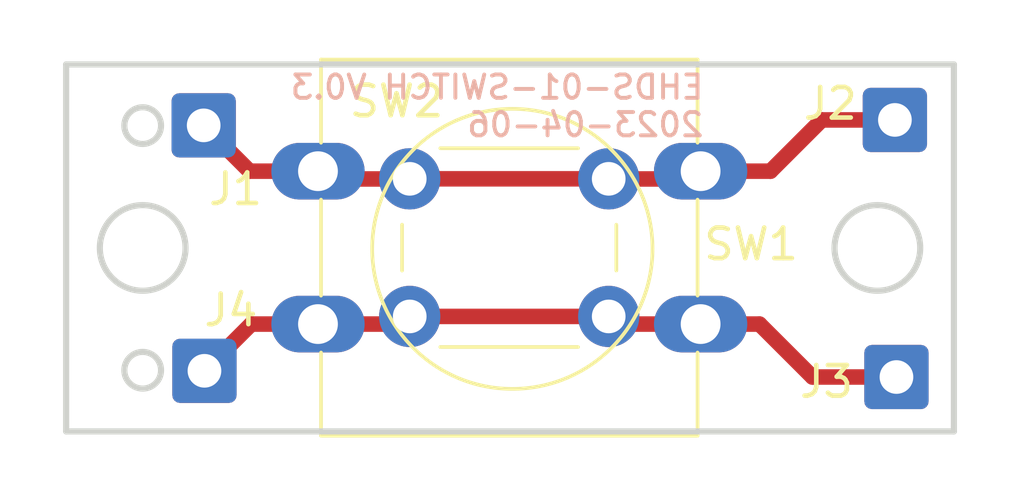
<source format=kicad_pcb>
(kicad_pcb (version 20221018) (generator pcbnew)
  (title_block (title "EHDS-01-Switch") (date "2024-01-18") (rev "V0.3") (company "Ovobot") (comment 1 "EHDS-01 Switch副板，V0.3，30x12x1.0mm ，FR4，2层，绿油白字，无铅喷锡"))
  (layers (0 "F.Cu" signal) (31 "B.Cu" signal) (34 "B.Paste" user) (35 "F.Paste" user) (36 "B.SilkS" user "B.Silkscreen") (37 "F.SilkS" user "F.Silkscreen") (38 "B.Mask" user) (39 "F.Mask" user) (44 "Edge.Cuts" user))
  (net 0 "")
  (net 1 "GND")
  (net 2 "/START")
  (footprint "Connector_Wire:SolderWire-0.5sqmm_1x01_D0.9mm_OD2.1mm" (layer "F.Cu") (at 133.731 111.6076)
    (fp_text reference "J4" (at 0.8636 -1.9812) (layer "F.SilkS"))
    (fp_text value "Conn_01x01")
    (pad "1" thru_hole roundrect (at 0 0) (size 2.1 2.1) (drill 1.1) (layers "*.Cu" "*.Mask") (roundrect_rratio 0.119048) (net 2 "/START"))
  )
  (footprint "Connector_Wire:SolderWire-0.5sqmm_1x01_D0.9mm_OD2.1mm" (layer "F.Cu") (at 133.7056 103.5812)
    (fp_text reference "J1" (at 1.0414 2.0828) (layer "F.SilkS"))
    (fp_text value "Conn_01x01")
    (pad "1" thru_hole roundrect (at 0 0) (size 2.1 2.1) (drill 1.1) (layers "*.Cu" "*.Mask") (roundrect_rratio 0.119048) (net 1 "GND"))
  )
  (footprint "Button_Switch_THT:SW_PUSH-12mm" (layer "F.Cu") (at 137.4394 105.0798)
    (fp_text reference "SW1" (at 14.1478 2.3876) (layer "F.SilkS"))
    (fp_text value "12x12x7.0mm")
    (fp_line (start 0.1 -3.65) (end 12.4 -3.65) (stroke (width 0.12)) (layer "F.SilkS"))
    (fp_line (start 0.1 -0.93) (end 0.1 -3.65) (stroke (width 0.12)) (layer "F.SilkS"))
    (fp_line (start 0.1 4.07) (end 0.1 0.93) (stroke (width 0.12)) (layer "F.SilkS"))
    (fp_line (start 0.1 8.65) (end 0.1 5.93) (stroke (width 0.12)) (layer "F.SilkS"))
    (fp_line (start 12.4 -3.65) (end 12.4 -0.93) (stroke (width 0.12)) (layer "F.SilkS"))
    (fp_line (start 12.4 0.93) (end 12.4 4.07) (stroke (width 0.12)) (layer "F.SilkS"))
    (fp_line (start 12.4 5.93) (end 12.4 8.65) (stroke (width 0.12)) (layer "F.SilkS"))
    (fp_line (start 12.4 8.65) (end 0.1 8.65) (stroke (width 0.12)) (layer "F.SilkS"))
    (fp_circle (center 6.35 2.54) (end 10.16 5.08) (stroke (width 0.12)) (fill none) (layer "F.SilkS"))
    (pad "1" thru_hole oval (at 0 0) (size 3.048 1.85) (drill 1.3) (layers "*.Cu" "*.Mask") (net 1 "GND"))
    (pad "1" thru_hole oval (at 12.5 0) (size 3.048 1.85) (drill 1.3) (layers "*.Cu" "*.Mask") (net 1 "GND"))
    (pad "2" thru_hole oval (at 0 5) (size 3.048 1.85) (drill 1.3) (layers "*.Cu" "*.Mask") (net 2 "/START"))
    (pad "2" thru_hole oval (at 12.5 5) (size 3.048 1.85) (drill 1.3) (layers "*.Cu" "*.Mask") (net 2 "/START"))
  )
  (footprint "Connector_Wire:SolderWire-0.5sqmm_1x01_D0.9mm_OD2.1mm" (layer "F.Cu") (at 156.337 111.8108 90)
    (fp_text reference "J3" (at -0.1524 -2.286 180) (layer "F.SilkS"))
    (fp_text value "Conn_01x01")
    (pad "1" thru_hole roundrect (at 0 0 90) (size 2.1 2.1) (drill 1.1) (layers "*.Cu" "*.Mask") (roundrect_rratio 0.119048) (net 2 "/START"))
  )
  (footprint "Button_Switch_THT:SW_PUSH_6mm_H4.3mm" (layer "F.Cu") (at 140.4366 105.3296)
    (fp_text reference "SW2" (at -0.4318 -2.5358) (layer "F.SilkS"))
    (fp_text value "nc/6x6x4.3mm")
    (fp_line (start -0.25 1.5) (end -0.25 3) (stroke (width 0.12)) (layer "F.SilkS"))
    (fp_line (start 1 5.5) (end 5.5 5.5) (stroke (width 0.12)) (layer "F.SilkS"))
    (fp_line (start 5.5 -1) (end 1 -1) (stroke (width 0.12)) (layer "F.SilkS"))
    (fp_line (start 6.75 3) (end 6.75 1.5) (stroke (width 0.12)) (layer "F.SilkS"))
    (pad "1" thru_hole circle (at 0 0 90) (size 2 2) (drill 1.1) (layers "*.Cu" "*.Mask") (net 1 "GND"))
    (pad "1" thru_hole circle (at 6.5 0 90) (size 2 2) (drill 1.1) (layers "*.Cu" "*.Mask") (net 1 "GND"))
    (pad "2" thru_hole circle (at 0 4.5 90) (size 2 2) (drill 1.1) (layers "*.Cu" "*.Mask") (net 2 "/START"))
    (pad "2" thru_hole circle (at 6.5 4.5 90) (size 2 2) (drill 1.1) (layers "*.Cu" "*.Mask") (net 2 "/START"))
  )
  (footprint "Connector_Wire:SolderWire-0.5sqmm_1x01_D0.9mm_OD2.1mm" (layer "F.Cu") (at 156.2862 103.4034)
    (fp_text reference "J2" (at -2.1082 -0.5334) (layer "F.SilkS"))
    (fp_text value "Conn_01x01")
    (pad "1" thru_hole roundrect (at 0 0) (size 2.1 2.1) (drill 1.1) (layers "*.Cu" "*.Mask") (roundrect_rratio 0.119048) (net 1 "GND"))
  )
  (gr_circle (center 131.7132 103.5894) (end 132.3132 103.5894) (stroke (width 0.2)) (fill none) (layer "Edge.Cuts"))
  (gr_circle (center 155.7132 107.5894) (end 157.1132 107.5894) (stroke (width 0.2)) (fill none) (layer "Edge.Cuts"))
  (gr_circle (center 131.7132 107.5894) (end 133.1132 107.5894) (stroke (width 0.2)) (fill none) (layer "Edge.Cuts"))
  (gr_line (start 129.2132 101.5894) (end 158.2132 101.5894) (stroke (width 0.2)) (layer "Edge.Cuts"))
  (gr_line (start 129.2132 101.5894) (end 129.2132 113.5894) (stroke (width 0.2)) (layer "Edge.Cuts"))
  (gr_circle (center 131.7132 111.5894) (end 132.3132 111.5894) (stroke (width 0.2)) (fill none) (layer "Edge.Cuts"))
  (gr_line (start 158.2132 113.5894) (end 158.2132 101.5894) (stroke (width 0.2)) (layer "Edge.Cuts"))
  (gr_line (start 129.2132 113.5894) (end 158.2132 113.5894) (stroke (width 0.2)) (layer "Edge.Cuts"))
  (gr_text "EHDS-01-SWITCH V0.3\n2023-04-06\n\n" (at 150.103 103.561) (layer "B.SilkS") (effects (font (size 0.762 0.762) (thickness 0.127)) (justify left mirror)))
  (segment (start 149.9394 105.0798) (end 152.2222 105.0798) (width 0.508) (layer "F.Cu") (net 1))
  (segment (start 153.8986 103.4034) (end 156.2862 103.4034) (width 0.508) (layer "F.Cu") (net 1))
  (segment (start 140.4324 105.3338) (end 137.6934 105.3338) (width 0.508) (layer "F.Cu") (net 1))
  (segment (start 137.4394 105.0798) (end 135.2042 105.0798) (width 0.508) (layer "F.Cu") (net 1))
  (segment (start 149.9394 105.0798) (end 149.6854 105.3338) (width 0.508) (layer "F.Cu") (net 1))
  (segment (start 137.6934 105.3338) (end 137.4394 105.0798) (width 0.508) (layer "F.Cu") (net 1))
  (segment (start 140.4366 105.3296) (end 140.4324 105.3338) (width 0.508) (layer "F.Cu") (net 1))
  (segment (start 149.6854 105.3338) (end 146.9408 105.3338) (width 0.508) (layer "F.Cu") (net 1))
  (segment (start 135.2042 105.0798) (end 133.7056 103.5812) (width 0.508) (layer "F.Cu") (net 1))
  (segment (start 146.9366 105.3296) (end 140.4366 105.3296) (width 0.508) (layer "F.Cu") (net 1))
  (segment (start 146.9408 105.3338) (end 146.9366 105.3296) (width 0.508) (layer "F.Cu") (net 1))
  (segment (start 152.2222 105.0798) (end 153.8986 103.4034) (width 0.508) (layer "F.Cu") (net 1))
  (segment (start 153.5938 111.8108) (end 151.8628 110.0798) (width 0.508) (layer "F.Cu") (net 2))
  (segment (start 140.1864 110.0798) (end 140.4366 109.8296) (width 0.508) (layer "F.Cu") (net 2))
  (segment (start 137.4394 110.0798) (end 135.2588 110.0798) (width 0.508) (layer "F.Cu") (net 2))
  (segment (start 156.337 111.8108) (end 153.5938 111.8108) (width 0.508) (layer "F.Cu") (net 2))
  (segment (start 151.8628 110.0798) (end 149.9394 110.0798) (width 0.508) (layer "F.Cu") (net 2))
  (segment (start 147.1868 110.0798) (end 146.9366 109.8296) (width 0.508) (layer "F.Cu") (net 2))
  (segment (start 135.2588 110.0798) (end 133.731 111.6076) (width 0.508) (layer "F.Cu") (net 2))
  (segment (start 146.9366 109.8296) (end 140.4366 109.8296) (width 0.508) (layer "F.Cu") (net 2))
  (segment (start 149.9394 110.0798) (end 147.1868 110.0798) (width 0.508) (layer "F.Cu") (net 2))
  (segment (start 137.4394 110.0798) (end 140.1864 110.0798) (width 0.508) (layer "F.Cu") (net 2))
)
</source>
